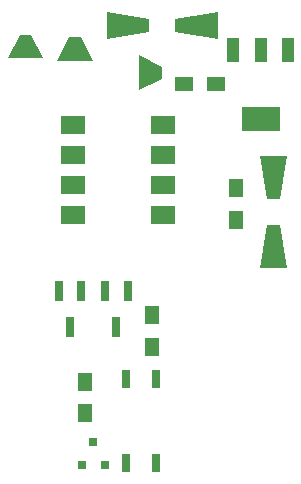
<source format=gbp>
G04 #@! TF.FileFunction,Paste,Bot*
%FSLAX46Y46*%
G04 Gerber Fmt 4.6, Leading zero omitted, Abs format (unit mm)*
G04 Created by KiCad (PCBNEW (2015-08-02 BZR 6038)-product) date 2015 November 19, Thursday 21:17:08*
%MOMM*%
G01*
G04 APERTURE LIST*
%ADD10C,0.100000*%
%ADD11R,0.800100X0.800100*%
%ADD12R,1.300000X1.500000*%
%ADD13R,1.500000X1.300000*%
%ADD14R,2.032000X1.524000*%
%ADD15R,0.800100X1.800860*%
%ADD16R,0.800000X1.600000*%
%ADD17R,3.250000X2.150000*%
%ADD18R,1.000000X2.150000*%
G04 APERTURE END LIST*
D10*
D11*
X188700000Y-120250760D03*
X186800000Y-120250760D03*
X187750000Y-118251780D03*
D12*
X187000000Y-115850000D03*
X187000000Y-113150000D03*
X199850000Y-96750000D03*
X199850000Y-99450000D03*
X192750000Y-107500000D03*
X192750000Y-110200000D03*
D13*
X195450000Y-88000000D03*
X198150000Y-88000000D03*
D14*
X193610000Y-91390000D03*
X193610000Y-93930000D03*
X193610000Y-96470000D03*
X193610000Y-99010000D03*
X185990000Y-99010000D03*
X185990000Y-96470000D03*
X185990000Y-93930000D03*
X185990000Y-91390000D03*
D15*
X184800000Y-105498860D03*
X186700000Y-105498860D03*
X185750000Y-108501140D03*
X188750000Y-105500000D03*
X190650000Y-105500000D03*
X189700000Y-108502280D03*
D10*
G36*
X198301540Y-81850650D02*
X198301540Y-84149350D01*
X194699820Y-83549910D01*
X194699820Y-82450090D01*
X198301540Y-81850650D01*
X198301540Y-81850650D01*
G37*
G36*
X188898460Y-84149350D02*
X188898460Y-81850650D01*
X192500180Y-82450090D01*
X192500180Y-83549910D01*
X188898460Y-84149350D01*
X188898460Y-84149350D01*
G37*
G36*
X201850650Y-94098460D02*
X204149350Y-94098460D01*
X203549910Y-97700180D01*
X202450090Y-97700180D01*
X201850650Y-94098460D01*
X201850650Y-94098460D01*
G37*
G36*
X204149350Y-103501540D02*
X201850650Y-103501540D01*
X202450090Y-99899820D01*
X203549910Y-99899820D01*
X204149350Y-103501540D01*
X204149350Y-103501540D01*
G37*
G36*
X183500000Y-85800000D02*
X180500000Y-85800000D01*
X181500000Y-83800000D01*
X182500000Y-83800000D01*
X183500000Y-85800000D01*
X183500000Y-85800000D01*
G37*
G36*
X187700000Y-86000000D02*
X184700000Y-86000000D01*
X185700000Y-84000000D01*
X186700000Y-84000000D01*
X187700000Y-86000000D01*
X187700000Y-86000000D01*
G37*
G36*
X191600000Y-88500000D02*
X191600000Y-85500000D01*
X193600000Y-86500000D01*
X193600000Y-87500000D01*
X191600000Y-88500000D01*
X191600000Y-88500000D01*
G37*
D16*
X190480000Y-112950000D03*
X193020000Y-112950000D03*
X193020000Y-120050000D03*
X190480000Y-120050000D03*
D17*
X201900000Y-90900000D03*
D18*
X199600000Y-85100000D03*
X201900000Y-85100000D03*
X204200000Y-85100000D03*
M02*

</source>
